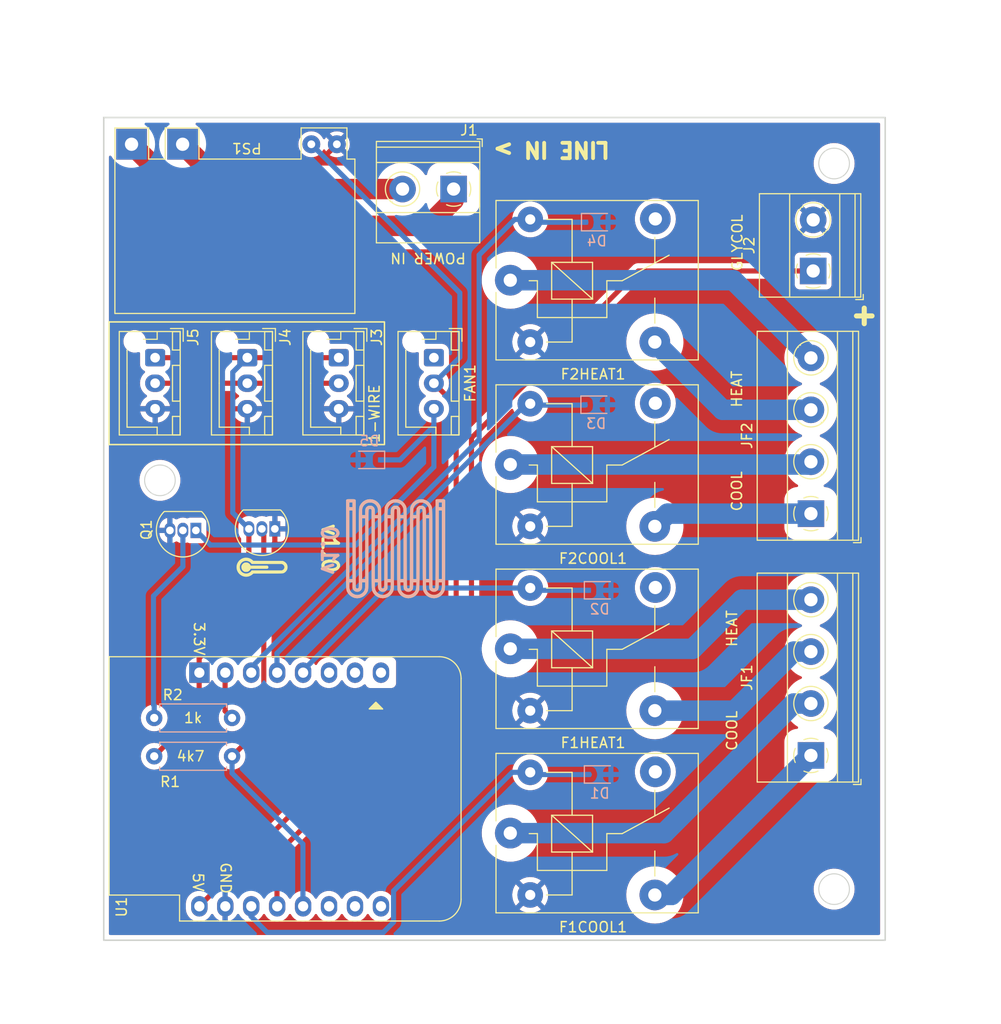
<source format=kicad_pcb>
(kicad_pcb (version 20211014) (generator pcbnew)

  (general
    (thickness 1.6)
  )

  (paper "USLetter")
  (title_block
    (title "DYB Relay Cotnrol Board")
    (date "2023-01-31")
    (rev "1.0")
  )

  (layers
    (0 "F.Cu" signal)
    (31 "B.Cu" signal)
    (32 "B.Adhes" user "B.Adhesive")
    (33 "F.Adhes" user "F.Adhesive")
    (34 "B.Paste" user)
    (35 "F.Paste" user)
    (36 "B.SilkS" user "B.Silkscreen")
    (37 "F.SilkS" user "F.Silkscreen")
    (38 "B.Mask" user)
    (39 "F.Mask" user)
    (40 "Dwgs.User" user "User.Drawings")
    (41 "Cmts.User" user "User.Comments")
    (42 "Eco1.User" user "User.Eco1")
    (43 "Eco2.User" user "User.Eco2")
    (44 "Edge.Cuts" user)
    (45 "Margin" user)
    (46 "B.CrtYd" user "B.Courtyard")
    (47 "F.CrtYd" user "F.Courtyard")
    (48 "B.Fab" user)
    (49 "F.Fab" user)
  )

  (setup
    (stackup
      (layer "F.SilkS" (type "Top Silk Screen"))
      (layer "F.Paste" (type "Top Solder Paste"))
      (layer "F.Mask" (type "Top Solder Mask") (thickness 0.01))
      (layer "F.Cu" (type "copper") (thickness 0.035))
      (layer "dielectric 1" (type "core") (thickness 1.51) (material "FR4") (epsilon_r 4.5) (loss_tangent 0.02))
      (layer "B.Cu" (type "copper") (thickness 0.035))
      (layer "B.Mask" (type "Bottom Solder Mask") (thickness 0.01))
      (layer "B.Paste" (type "Bottom Solder Paste"))
      (layer "B.SilkS" (type "Bottom Silk Screen"))
      (copper_finish "None")
      (dielectric_constraints no)
    )
    (pad_to_mask_clearance 0)
    (pcbplotparams
      (layerselection 0x00310f0_ffffffff)
      (disableapertmacros false)
      (usegerberextensions false)
      (usegerberattributes false)
      (usegerberadvancedattributes false)
      (creategerberjobfile true)
      (svguseinch false)
      (svgprecision 6)
      (excludeedgelayer false)
      (plotframeref false)
      (viasonmask false)
      (mode 1)
      (useauxorigin false)
      (hpglpennumber 1)
      (hpglpenspeed 20)
      (hpglpendiameter 15.000000)
      (dxfpolygonmode true)
      (dxfimperialunits true)
      (dxfusepcbnewfont true)
      (psnegative false)
      (psa4output false)
      (plotreference false)
      (plotvalue true)
      (plotinvisibletext false)
      (sketchpadsonfab false)
      (subtractmaskfromsilk true)
      (outputformat 1)
      (mirror false)
      (drillshape 0)
      (scaleselection 1)
      (outputdirectory "gerber_output/")
    )
  )

  (net 0 "")
  (net 1 "Net-(J2-Pad1)")
  (net 2 "3.3VDC")
  (net 3 "/OWC_BUS")
  (net 4 "unconnected-(F1COOL1-Pad3)")
  (net 5 "unconnected-(F1HEAT1-Pad3)")
  (net 6 "unconnected-(F2COOL1-Pad3)")
  (net 7 "unconnected-(F2HEAT1-Pad3)")
  (net 8 "/NUETRAL")
  (net 9 "/LINE")
  (net 10 "Net-(Q1-Pad2)")
  (net 11 "Net-(D5-Pad1)")
  (net 12 "unconnected-(FAN1-Pad1)")
  (net 13 "GND")
  (net 14 "+5V")
  (net 15 "FAN")
  (net 16 "/Fermenter Control Circuit/F1_C")
  (net 17 "/Fermenter Control Circuit/F1_H")
  (net 18 "/Fermenter Control Circuit/F2_C")
  (net 19 "/Fermenter Control Circuit/F2_H")
  (net 20 "/Fermenter Control Circuit/F1Cout")
  (net 21 "/Fermenter Control Circuit/F1Cin")
  (net 22 "/Fermenter Control Circuit/F1Hout")
  (net 23 "/Fermenter Control Circuit/F1Hin")
  (net 24 "/Fermenter Control Circuit/F2Cout")
  (net 25 "/Fermenter Control Circuit/F2Cin")
  (net 26 "/Fermenter Control Circuit/F2Hout")
  (net 27 "/Fermenter Control Circuit/F2Hin")
  (net 28 "unconnected-(U1-Pad1)")
  (net 29 "unconnected-(U1-Pad2)")
  (net 30 "unconnected-(U1-Pad3)")
  (net 31 "unconnected-(U1-Pad14)")
  (net 32 "unconnected-(U1-Pad15)")
  (net 33 "unconnected-(U1-Pad16)")
  (net 34 "Net-(J3-Pad2)")

  (footprint "TerminalBlock_Phoenix:TerminalBlock_Phoenix_MKDS-1,5-2_1x02_P5.00mm_Horizontal" (layer "F.Cu") (at 138.45 67.515 90))

  (footprint "Custom:Relay_SPDT_SANYOU_SRD_Series_Form_C" (layer "F.Cu") (at 108.8 104.486666))

  (footprint "TerminalBlock_Phoenix:TerminalBlock_Phoenix_MKDS-1,5-2_1x02_P5.00mm_Horizontal" (layer "F.Cu") (at 103.25 59.5 180))

  (footprint "Custom:Relay_SPDT_SANYOU_SRD_Series_Form_C" (layer "F.Cu") (at 108.8 122.52))

  (footprint "LOGO" (layer "F.Cu") (at 97.57 94.69 90))

  (footprint "Custom:Relay_SPDT_SANYOU_SRD_Series_Form_C" (layer "F.Cu") (at 108.8 86.453333))

  (footprint "LOGO" (layer "F.Cu") (at 84.5 96.5 -90))

  (footprint "TerminalBlock_Phoenix:TerminalBlock_Phoenix_MKDS-1,5-4-5.08_1x04_P5.08mm_Horizontal" (layer "F.Cu") (at 138.23 91.26 90))

  (footprint "Connector_JST:JST_XH_B3B-XH-AM_1x03_P2.50mm_Vertical" (layer "F.Cu") (at 74.03 76 -90))

  (footprint "TerminalBlock_Phoenix:TerminalBlock_Phoenix_MKDS-1,5-4-5.08_1x04_P5.08mm_Horizontal" (layer "F.Cu") (at 138.23 114.92 90))

  (footprint "Connector_JST:JST_XH_B3B-XH-AM_1x03_P2.50mm_Vertical" (layer "F.Cu") (at 92.005 76 -90))

  (footprint "Power:Acxico 5V 700mA Board Module Mini AC-DC 120V to 5V Power Supply" (layer "F.Cu") (at 94.221 53.5175 180))

  (footprint "Connector_JST:JST_XH_B3B-XH-AM_1x03_P2.50mm_Vertical" (layer "F.Cu") (at 83.055 76 -90))

  (footprint "Connector_JST:JST_XH_B3B-XH-AM_1x03_P2.50mm_Vertical" (layer "F.Cu") (at 101.32 76 -90))

  (footprint "Module:WEMOS_D1_mini_light" (layer "F.Cu") (at 96.14 107.82 -90))

  (footprint "Package_TO_SOT_THT:TO-92_Inline" (layer "F.Cu") (at 78.02 92.9 180))

  (footprint "Custom:Relay_SPDT_SANYOU_SRD_Series_Form_C" (layer "F.Cu") (at 108.8 68.42))

  (footprint "Package_TO_SOT_THT:TO-92_Inline" (layer "F.Cu") (at 85.75 92.75 180))

  (footprint "Diode_SMD:D_SOD-323F" (layer "B.Cu") (at 117.55 116.78))

  (footprint "Diode_SMD:D_SOD-323F" (layer "B.Cu") (at 117.27 62.74))

  (footprint "Diode_SMD:D_SOD-323F" (layer "B.Cu") (at 95 86 180))

  (footprint "Resistor_THT:R_Axial_DIN0207_L6.3mm_D2.5mm_P7.62mm_Horizontal" (layer "B.Cu") (at 81.56 111.25 180))

  (footprint "LOGO" (layer "B.Cu")
    (tedit 0) (tstamp c77434ac-9b9c-41ed-8b3b-27a93da87a8a)
    (at 97.57 94.69 90)
    (attr board_only exclude_from_pos_files exclude_from_bom)
    (fp_text reference "v1.0" (at -0.14 -6.48 270 unlocked) (layer "B.SilkS")
      (effects (font (size 1.524 1.524) (thickness 0.3)) (justify mirror))
      (tstamp 08e0680d-fff9-4d96-a2b3-f988c6520c9e)
    )
    (fp_text value "" (at 7.62 2.54 90) (layer "B.SilkS") hide
      (effects (font (size 1.524 1.524) (thickness 0.3)) (justify mirror))
      (tstamp 3e2e075c-0cbf-4fee-a96f-8a34c9653c7b)
    )
    (fp_poly (pts
        (xy 4.79758 4.797581)
        (xy 4.814198 4.77994)
        (xy 4.826451 4.761169)
        (xy 4.835005 4.735434)
        (xy 4.840524 4.696897)
        (xy 4.843672 4.639722)
        (xy 4.845116 4.558075)
        (xy 4.845519 4.446117)
        (xy 4.845538 4.376616)
        (xy 4.845407 4.247234)
        (xy 4.844569 4.151092)
        (xy 4.84236 4.082355)
        (xy 4.838114 4.035187)
        (xy 4.831168 4.003752)
        (xy 4.820856 3.982213)
        (xy 4.806513 3.964734)
        (xy 4.79758 3.955651)
        (xy 4.749622 3.907693)
        (xy 0.490269 3.907693)
        (xy -0.028442 3.907634)
        (xy -0.509055 3.907453)
        (xy -0.952552 3.907146)
        (xy -1.359912 3.906708)
        (xy -1.732115 3.906133)
        (xy -2.070141 3.905417)
        (xy -2.374971 3.904555)
        (xy -2.647584 3.90354)
        (xy -2.88896 3.90237)
        (xy -3.10008 3.901037)
        (xy -3.281923 3.899538)
        (xy -3.435468 3.897868)
        (xy -3.561698 3.896021)
        (xy -3.66159 3.893992)
        (xy -3.736126 3.891777)
        (xy -3.786285 3.88937)
        (xy -3.813047 3.886766)
        (xy -3.81753 3.88562)
        (xy -3.869727 3.843309)
        (xy -3.895733 3.783631)
        (xy -3.895546 3.71822)
        (xy -3.869168 3.658709)
        (xy -3.81753 3.61715)
        (xy -3.799789 3.614315)
        (xy -3.758819 3.611699)
        (xy -3.693596 3.609297)
        (xy -3.603092 3.607103)
        (xy -3.486282 3.60511)
        (xy -3.342142 3.603314)
        (xy -3.169644 3.601707)
        (xy -2.967763 3.600284)
        (xy -2.735474 3.59904)
        (xy -2.471751 3.597968)
        (xy -2.175569 3.597062)
        (xy -1.845901 3.596316)
        (xy -1.481722 3.595725)
        (xy -1.082006 3.595282)
        (xy -0.645728 3.594982)
        (xy -0.171862 3.594819)
        (xy 0.05465 3.594788)
        (xy 0.517372 3.594785)
        (xy 0.942681 3.594813)
        (xy 1.332244 3.594821)
        (xy 1.687724 3.594756)
        (xy 2.010786 3.594566)
        (xy 2.303095 3.594199)
        (xy 2.566316 3.593602)
        (xy 2.802113 3.592724)
        (xy 3.012152 3.591513)
        (xy 3.198096 3.589916)
        (xy 3.361612 3.587881)
        (xy 3.504363 3.585356)
        (xy 3.628014 3.582289)
        (xy 3.73423 3.578628)
        (xy 3.824676 3.57432)
        (xy 3.901017 3.569314)
        (xy 3.964917 3.563557)
        (xy 4.018042 3.556997)
        (xy 4.062055 3.549582)
        (xy 4.098622 3.54126)
        (xy 4.129407 3.531978)
        (xy 4.156076 3.521685)
        (xy 4.180292 3.510329)
        (xy 4.203721 3.497856)
        (xy 4.228028 3.484216)
        (xy 4.254877 3.469356)
        (xy 4.267139 3.462828)
        (xy 4.430592 3.355716)
        (xy 4.571489 3.220015)
        (xy 4.686602 3.061099)
        (xy 4.772703 2.884341)
        (xy 4.826564 2.695115)
        (xy 4.844961 2.500923)
        (xy 4.826168 2.30465)
        (xy 4.771943 2.11553)
        (xy 4.685513 1.938935)
        (xy 4.570105 1.78024)
        (xy 4.428949 1.644818)
        (xy 4.267139 1.539018)
        (xy 4.238749 1.523637)
        (xy 4.213591 1.509498)
        (xy 4.19 1.496548)
        (xy 4.166312 1.484735)
        (xy 4.140861 1.474008)
        (xy 4.111984 1.464313)
        (xy 4.078015 1.4556)
        (xy 4.037289 1.447815)
        (xy 3.988141 1.440908)
        (xy 3.928908 1.434824)
        (xy 3.857924 1.429513)
        (xy 3.773524 1.424922)
        (xy 3.674044 1.421)
        (xy 3.557819 1.417693)
        (xy 3.423184 1.414949)
        (xy 3.268474 1.412718)
        (xy 3.092025 1.410946)
        (xy 2.892171 1.409581)
        (xy 2.667249 1.408571)
        (xy 2.415593 1.407865)
        (xy 2.135538 1.407409)
        (xy 1.825421 1.407152)
        (xy 1.483575 1.407041)
        (xy 1.108336 1.407025)
        (xy 0.69804 1.407051)
        (xy 0.251022 1.407067)
        (xy 0.05465 1.407058)
        (xy -0.436521 1.406955)
        (xy -0.889641 1.406717)
        (xy -1.305735 1.40634)
        (xy -1.68583 1.405816)
        (xy -2.030951 1.405141)
        (xy -2.342123 1.404308)
        (xy -2.620372 1.403312)
        (xy -2.866725 1.402146)
        (xy -3.082206 1.400805)
        (xy -3.267842 1.399282)
        (xy -3.424657 1.397572)
        (xy -3.553678 1.395668)
        (xy -3.65593 1.393566)
        (xy -3.732439 1.391258)
        (xy -3.784231 1.38874)
        (xy -3.812331 1.386004)
        (xy -3.81753 1.384697)
        (xy -3.869727 1.342386)
        (xy -3.895733 1.282708)
        (xy -3.895546 1.217297)
        (xy -3.869168 1.157786)
        (xy -3.81753 1.116227)
        (xy -3.799789 1.113392)
        (xy -3.758819 1.110776)
        (xy -3.693596 1.108374)
        (xy -3.603092 1.10618)
        (xy -3.486282 1.104187)
        (xy -3.342142 1.10239)
        (xy -3.169644 1.100784)
        (xy -2.967763 1.099361)
        (xy -2.735474 1.098117)
        (xy -2.471751 1.097045)
        (xy -2.175569 1.096139)
        (xy -1.845901 1.095393)
        (xy -1.481722 1.094802)
        (xy -1.082006 1.094359)
        (xy -0.645728 1.094059)
        (xy -0.171862 1.093896)
        (xy 0.05465 1.093865)
        (xy 0.517372 1.093862)
        (xy 0.942681 1.09389)
        (xy 1.332244 1.093898)
        (xy 1.687724 1.093833)
        (xy 2.010786 1.093643)
        (xy 2.303095 1.093276)
        (xy 2.566316 1.092679)
        (xy 2.802113 1.091801)
        (xy 3.012152 1.09059)
        (xy 3.198096 1.088993)
        (xy 3.361612 1.086958)
        (xy 3.504363 1.084433)
        (xy 3.628014 1.081366)
        (xy 3.73423 1.077705)
        (xy 3.824676 1.073397)
        (xy 3.901017 1.068391)
        (xy 3.964917 1.062634)
        (xy 4.018042 1.056074)
        (xy 4.062055 1.048659)
        (xy 4.098622 1.040337)
        (xy 4.129407 1.031055)
        (xy 4.156076 1.020762)
        (xy 4.180292 1.009406)
        (xy 4.203721 0.996933)
        (xy 4.228028 0.983293)
        (xy 4.254877 0.968432)
        (xy 4.267139 0.961905)
        (xy 4.430592 0.854793)
        (xy 4.571489 0.719092)
        (xy 4.686602 0.560176)
        (xy 4.772703 0.383418)
        (xy 4.826564 0.194192)
        (xy 4.844961 0)
        (xy 4.826168 -0.196273)
        (xy 4.771943 -0.385393)
        (xy 4.685513 -0.561988)
        (xy 4.570105 -0.720683)
        (xy 4.428949 -0.856105)
        (xy 4.267139 -0.961905)
        (xy 4.238749 -0.977286)
        (xy 4.213591 -0.991425)
        (xy 4.19 -1.004375)
        (xy 4.166312 -1.016188)
        (xy 4.140861 -1.026915)
        (xy 4.111984 -1.03661)
        (xy 4.078015 -1.045323)
        (xy 4.037289 -1.053108)
        (xy 3.988141 -1.060015)
        (xy 3.928908 -1.066099)
        (xy 3.857924 -1.07141)
        (xy 3.773524 -1.076001)
        (xy 3.674044 -1.079924)
        (xy 3.557819 -1.08323)
        (xy 3.423184 -1.085974)
        (xy 3.268474 -1.088205)
        (xy 3.092025 -1.089977)
        (xy 2.892171 -1.091342)
        (xy 2.667249 -1.092352)
        (xy 2.415593 -1.093059)
        (xy 2.135538 -1.093514)
        (xy 1.825421 -1.093772)
        (xy 1.483575 -1.093882)
        (xy 1.108336 -1.093898)
        (xy 0.69804 -1.093872)
        (xy 0.251022 -1.093856)
        (xy 0.05465 -1.093865)
        (xy -0.436521 -1.093968)
        (xy -0.889641 -1.094206)
        (xy -1.305735 -1.094583)
        (xy -1.68583 -1.095107)
        (xy -2.030951 -1.095782)
        (xy -2.342123 -1.096615)
        (xy -2.620372 -1.097611)
        (xy -2.866725 -1.098777)
        (xy -3.082206 -1.100118)
        (xy -3.267842 -1.101641)
        (xy -3.424657 -1.103351)
        (xy -3.553678 -1.105255)
        (xy -3.65593 -1.107357)
        (xy -3.732439 -1.109665)
        (xy -3.784231 -1.112183)
        (xy -3.812331 -1.114919)
        (xy -3.81753 -1.116226)
        (xy -3.869727 -1.158537)
        (xy -3.895733 -1.218215)
        (xy -3.895546 -1.283626)
        (xy -3.869168 -1.343137)
        (xy -3.81753 -1.384696)
        (xy -3.799789 -1.387531)
        (xy -3.758819 -1.390147)
        (xy -3.693596 -1.392549)
        (xy -3.603092 -1.394743)
        (xy -3.486282 -1.396736)
        (xy -3.342142 -1.398533)
        (xy -3.169644 -1.400139)
        (xy -2.967763 -1.401562)
        (xy -2.735474 -1.402806)
        (xy -2.471751 -1.403879)
        (xy -2.175569 -1.404784)
        (xy -1.845901 -1.40553)
        (xy -1.481722 -1.406121)
        (xy -1.082006 -1.406564)
        (xy -0.645728 -1.406864)
        (xy -0.171862 -1.407027)
        (xy 0.05465 -1.407058)
        (xy 0.517372 -1.407061)
        (xy 0.942681 -1.407033)
        (xy 1.332244 -1.407025)
        (xy 1.687724 -1.40709)
        (xy 2.010786 -1.40728)
        (xy 2.303095 -1.407648)
        (xy 2.566316 -1.408244)
        (xy 2.802113 -1.409122)
        (xy 3.012152 -1.410333)
        (xy 3.198096 -1.41193)
        (xy 3.361612 -1.413965)
        (xy 3.504363 -1.41649)
        (xy 3.628014 -1.419557)
        (xy 3.73423 -1.423218)
        (xy 3.824676 -1.427526)
        (xy 3.901017 -1.432532)
        (xy 3.964917 -1.438289)
        (xy 4.018042 -1.444849)
        (xy 4.062055 -1.452264)
        (xy 4.098622 -1.460586)
        (xy 4.129407 -1.469868)
        (xy 4.156076 -1.480161)
        (xy 4.180292 -1.491517)
        (xy 4.203721 -1.50399)
        (xy 4.228028 -1.51763)
        (xy 4.254877 -1.532491)
        (xy 4.267139 -1.539018)
        (xy 4.430592 -1.64613)
        (xy 4.571489 -1.781831)
        (xy 4.686602 -1.940747)
        (xy 4.772703 -2.117505)
        (xy 4.826564 -2.306731)
        (xy 4.844961 -2.500923)
        (xy 4.826168 -2.697196)
        (xy 4.771943 -2.886316)
        (xy 4.685513 -3.062911)
        (xy 4.570105 -3.221606)
        (xy 4.428949 -3.357028)
        (xy 4.267139 -3.462828)
        (xy 4.238749 -3.478209)
        (xy 4.213591 -3.492349)
        (xy 4.19 -3.505299)
        (xy 4.166312 -3.517111)
        (xy 4.140861 -3.527839)
        (xy 4.111984 -3.537533)
        (xy 4.078015 -3.546246)
        (xy 4.037289 -3.554031)
        (xy 3.988141 -3.560939)
        (xy 3.928908 -3.567022)
        (xy 3.857924 -3.572333)
        (xy 3.773524 -3.576924)
        (xy 3.674044 -3.580847)
        (xy 3.557819 -3.584154)
        (xy 3.423184 -3.586897)
        (xy 3.268474 -3.589128)
        (xy 3.092025 -3.5909)
        (xy 2.892171 -3.592265)
        (xy 2.667249 -3.593275)
        (xy 2.415593 -3.593982)
        (xy 2.135538 -3.594437)
        (xy 1.825421 -3.594695)
        (xy 1.483575 -3.594805)
        (xy 1.108336 -3.594821)
        (xy 0.69804 -3.594795)
        (xy 0.251022 -3.594779)
        (xy 0.05465 -3.594788)
        (xy -0.436521 -3.594891)
        (xy -0.889641 -3.595129)
        (xy -1.305735 -3.595506)
        (xy -1.68583 -3.59603)
        (xy -2.030951 -3.596705)
        (xy -2.342123 -3.597538)
        (xy -2.620372 -3.598534)
        (xy -2.866725 -3.5997)
        (xy -3.082206 -3.601042)
        (xy -3.267842 -3.602564)
        (xy -3.424657 -3.604274)
        (xy -3.553678 -3.606178)
        (xy -3.65593 -3.60828)
        (xy -3.732439 -3.610588)
        (xy -3.784231 -3.613106)
        (xy -3.812331 -3.615842)
        (xy -3.81753 -3.61715)
        (xy -3.869727 -3.65946)
        (xy -3.895733 -3.719138)
        (xy -3.895546 -3.784549)
        (xy -3.869168 -3.844061)
        (xy -3.81753 -3.885619)
        (xy -3.800242 -3.888306)
        (xy -3.759967 -3.890795)
        (xy -3.695725 -3.89309)
        (xy -3.606534 -3.895196)
        (xy -3.491416 -3.897118)
        (xy -3.34939 -3.898862)
        (xy -3.179476 -3.900432)
        (xy -2.980694 -3.901833)
        (xy -2.752065 -3.90307)
        (xy -2.492608 -3.904149)
        (xy -2.201343 -3.905075)
        (xy -1.877291 -3.905851)
        (xy -1.519471 -3.906484)
        (xy -1.126903 -3.906979)
        (xy -0.698607 -3.90734)
        (xy -0.233603 -3.907573)
        (xy 0.269088 -3.907682)
        (xy 0.490269 -3.907692)
        (xy 4.749622 -3.907692)
        (xy 4.79758 -3.95565)
        (xy 4.814198 -3.973291)
        (xy 4.826451 -3.992061)
        (xy 4.835005 -4.017797)
        (xy 4.840524 -4.056334)
        (xy 4.843672 -4.113508)
        (xy 4.845116 -4.195156)
        (xy 4.845519 -4.307114)
        (xy 4.845538 -4.376615)
        (xy 4.845407 -4.505997)
        (xy 4.844569 -4.602139)
        (xy 4.84236 -4.670875)
        (xy 4.838114 -4.718043)
        (xy 4.831168 -4.749479)
        (xy 4.820856 -4.771018)
        (xy 4.806513 -4.788497)
        (xy 4.79758 -4.79758)
        (xy 4.749622 -4.845538)
        (xy 0.425849 -4.84391)
        (xy -0.068266 -4.843695)
        (xy -0.524772 -4.843429)
        (xy -0.94514 -4.843103)
        (xy -1.330837 -4.842706)
        (xy -1.683333 -4.84223)
        (xy -2.004096 -4.841665)
        (xy -2.294596 -4.841)
        (xy -2.5563 -4.840226)
        (xy -2.790678 -4.839334)
        (xy -2.999199 -4.838314)
        (xy -3.183332 -4.837156)
        (xy -3.344545 -4.83585)
        (xy -3.484307 -4.834386)
        (xy -3.604088 -4.832756)
        (xy -3.705356 -4.830949)
        (xy -3.789579 -4.828955)
        (xy -3.858227 -4.826765)
        (xy -3.912769 -4.82437)
        (xy -3.954673 -4.821758)
        (xy -3.985408 -4.818922)
        (xy -4.006443 -4.81585)
        (xy -4.012322 -4.814589)
        (xy -4.197466 -4.750368)
        (xy -4.366106 -4.653712)
        (xy -4.514802 -4.529012)
        (xy -4.640113 -4.380663)
        (xy -4.7386 -4.213056)
        (xy -4.806821 -4.030585)
        (xy -4.841338 -3.837642)
        (xy -4.843498 -3.786206)
        (xy -4.527334 -3.786206)
        (xy -4.502481 -3.94244)
        (xy -4.446137 -4.093194)
        (xy -4.361147 -4.229714)
        (xy -4.30238 -4.296404)
        (xy -4.213719 -4.375634)
        (xy -4.121998 -4.43594)
        (xy -4.020358 -4.479497)
        (xy -3.901938 -4.508482)
        (xy -3.759878 -4.52507)
        (xy -3.587317 -4.531439)
        (xy -3.560885 -4.531637)
        (xy -3.282462 -4.532923)
        (xy -2.969846 -4.532923)
        (xy 3.751384 -4.532923)
        (xy 4.064 -4.532923)
        (xy 4.532923 -4.532923)
        (xy 4.532923 -4.220307)
        (xy 4.064 -4.220307)
        (xy 4.064 -4.532923)
        (xy 3.751384 -4.532923)
        (xy 3.751384 -4.220307)
        (xy -2.969846 -4.220307)
        (xy -2.969846 -4.532923)
        (xy -3.282462 -4.532923)
        (xy -3.282462 -4.223741)
        (xy -3.590193 -4.21693)
        (xy -3.721007 -4.213101)
        (xy -3.820077 -4.206858)
        (xy -3.894733 -4.196164)
        (xy -3.952307 -4.178984)
        (xy -4.000128 -4.153281)
        (xy -4.045529 -4.117019)
        (xy -4.084413 -4.079658)
        (xy -4.16313 -3.975297)
        (xy -4.20838 -3.857784)
        (xy -4.220189 -3.7341)
        (xy -4.198582 -3.611226)
        (xy -4.143584 -3.496143)
        (xy -4.082036 -3.420733)
        (xy -4.027705 -3.37116)
        (xy -3.973561 -3.334912)
        (xy -3.912161 -3.309983)
        (xy -3.836062 -3.294368)
        (xy -3.737822 -3.28606)
        (xy -3.609997 -3.283052)
        (xy -3.570654 -3.28289)
        (xy -3.282462 -3.282461)
        (xy -2.969846 -3.282461)
        (xy 2.969846 -3.282461)
        (xy 2.969846 -2.969846)
        (xy -2.969846 -2.969846)
        (xy -2.969846 -3.282461)
        (xy -3.282462 -3.282461)
        (xy -3.282462 -2.969846)
        (xy -3.551895 -2.969846)
        (xy -3.733282 -2.974713)
        (xy -3.883349 -2.990721)
        (xy -4.008795 -3.019982)
        (xy -4.11632 -3.064606)
        (xy -4.212623 -3.126706)
        (xy -4.30238 -3.206365)
        (xy -4.405954 -3.337309)
        (xy -4.480329 -3.492752)
        (xy -4.517851 -3.633247)
        (xy -4.527334 -3.786206)
        (xy -4.843498 -3.786206)
        (xy -4.844961 -3.751384)
        (xy -4.826169 -3.555111)
        (xy -4.771944 -3.365991)
        (xy -4.685513 -3.189396)
        (xy -4.570106 -3.030701)
        (xy -4.428949 -2.895279)
        (xy -4.26714 -2.789479)
        (xy -4.23875 -2.774098)
        (xy -4.213592 -2.759958)
        (xy -4.190001 -2.747008)
        (xy -4.166313 -2.735196)
        (xy -4.140862 -2.724468)
        (xy -4.111985 -2.714774)
        (xy -4.078015 -2.706061)
        (xy -4.037289 -2.698276)
        (xy -3.988142 -2.691368)
        (xy -3.928909 -2.685285)
        (xy -3.857925 -2.679974)
        (xy -3.773525 -2.675383)
        (xy -3.674045 -2.67146)
        (xy -3.55782 -2.668153)
        (xy -3.423185 -2.66541)
        (xy -3.268475 -2.663179)
        (xy -3.092026 -2.661407)
        (xy -2.892172 -2.660042)
        (xy -2.66725 -2.659032)
        (xy -2.415594 -2.658325)
        (xy -2.135539 -2.65787)
        (xy -1.825421 -2.657612)
        (xy -1.483576 -2.657502)
        (xy -1.108337 -2.657486)
        (xy -0.698041 -2.657512)
        (xy -0.251023 -2.657528)
        (xy -0.05465 -2.657519)
        (xy 0.43652 -2.657416)
        (xy 0.88964 -2.657178)
        (xy 1.305735 -2.656801)
        (xy 1.685829 -2.656277)
        (xy 2.03095 -2.655602)
        (xy 2.342122 -2.654769)
        (xy 2.620372 -2.653773)
        (xy 2.866724 -2.652607)
        (xy 3.082205 -2.651265)
        (xy 3.267841 -2.649743)
        (xy 3.424656 -2.648033)
        (xy 3.553677 -2.646129)
        (xy 3.655929 -2.644027)
        (xy 3.732439 -2.641719)
        (xy 3.784231 -2.639201)
        (xy 3.812331 -2.636465)
        (xy 3.817529 -2.635157)
        (xy 3.869727 -2.592847)
        (xy 3.895732 -2.533169)
        (xy 3.895546 -2.467758)
        (xy 3.869167 -2.408246)
        (xy 3.817529 -2.366688)
        (xy 3.799788 -2.363853)
        (xy 3.758819 -2.361237)
        (xy 3.693595 -2.358835)
        (xy 3.603091 -2.35664)
        (xy 3.486282 -2.354648)
        (xy 3.342141 -2.352851)
        (xy 3.169643 -2.351245)
        (xy 2.967763 -2.349822)
        (xy 2.735474 -2.348578)
        (xy 2.471751 -2.347505)
        (xy 2.175568 -2.346599)
        (xy 1.8459 -2.345854)
        (xy 1.481721 -2.345263)
        (xy 1.082006 -2.34482)
        (xy 0.645728 -2.34452)
        (xy 0.171862 -2.344357)
        (xy -0.05465 -2.344326)
        (xy -0.517372 -2.344323)
        (xy -0.942682 -2.344351)
        (xy -1.332244 -2.344359)
        (xy -1.687724 -2.344294)
        (xy -2.010786 -2.344104)
        (xy -2.303095 -2.343736)
        (xy -2.566316 -2.34314)
        (xy -2.802114 -2.342262)
        (xy -3.012152 -2.341051)
        (xy -3.198097 -2.339454)
        (xy -3.361612 -2.337419)
        (xy -3.504363 -2.334894)
        (xy -3.628015 -2.331827)
        (xy -3.734231 -2.328166)
        (xy -3.824677 -2.323858)
        (xy -3.901018 -2.318852)
        (xy -3.964918 -2.313095)
        (xy -4.018042 -2.306535)
        (xy -4.062056 -2.29912)
        (xy -4.098623 -2.290798)
        (xy -4.129408 -2.281516)
        (xy -4.156076 -2.271223)
        (xy -4.180293 -2.259867)
        (xy -4.203722 -2.247394)
        (xy -4.228029 -2.233754)
        (xy -4.254877 -2.218893)
        (xy -4.26714 -2.212366)
        (xy -4.430592 -2.105254)
        (xy -4.571489 -1.969553)
        (xy -4.686602 -1.810637)
        (xy -4.772704 -1.633879)
        (xy -4.826565 -1.444653)
        (xy -4.84176 -1.284247)
        (xy -4.527541 -1.284247)
        (xy -4.517851 -1.368599)
        (xy -4.46809 -1.541434)
        (xy -4.387849 -1.692311)
        (xy -4.30238 -1.795481)
        (xy -4.213719 -1.874711)
        (xy -4.121998 -1.935017)
        (xy -4.020358 -1.978574)
        (xy -3.901938 -2.007558)
        (xy -3.759878 -2.024147)
        (xy -3.587317 -2.030516)
        (xy -3.560885 -2.030714)
        (xy -3.282462 -2.032)
        (xy -2.969846 -2.032)
        (xy 2.969846 -2.032)
        (xy 2.969846 -1.719384)
        (xy -2.969846 -1.719384)
        (xy -2.969846 -2.032)
        (xy -3.282462 -2.032)
        (xy -3.282462 -1.722817)
        (xy -3.590193 -1.716007)
        (xy -3.612024 -1.715368)
        (xy 3.282461 -1.715368)
        (xy 3.282461 -2.032)
        (xy 3.570654 -2.032429)
        (xy 3.707677 -2.0344)
        (xy 3.813122 -2.041164)
        (xy 3.894386 -2.054689)
        (xy 3.958866 -2.076943)
        (xy 4.013958 -2.109896)
        (xy 4.06706 -2.155515)
        (xy 4.079658 -2.167894)
        (xy 4.144926 -2.242258)
        (xy 4.18486 -2.314942)
        (xy 4.204713 -2.399396)
        (xy 4.209762 -2.500923)
        (xy 4.203844 -2.608985)
        (xy 4.182669 -2.692582)
        (xy 4.141109 -2.764994)
        (xy 4.082035 -2.831574)
        (xy 4.034091 -2.876787)
        (xy 3.989098 -2.910054)
        (xy 3.939761 -2.933377)
        (xy 3.878779 -2.948758)
        (xy 3.798854 -2.958197)
        (xy 3.692689 -2.963696)
        (xy 3.590192 -2.966468)
        (xy 3.282461 -2.973279)
        (xy 3.282461 -3.286477)
        (xy 3.599961 -3.278204)
        (xy 3.725771 -3.274222)
        (xy 3.820514 -3.269133)
        (xy 3.892201 -3.261962)
        (xy 3.948841 -3.251737)
        (xy 3.998444 -3.237481)
        (xy 4.029848 -3.22593)
        (xy 4.184612 -3.145583)
        (xy 4.313357 -3.03774)
        (xy 4.41354 -2.906143)
        (xy 4.482619 -2.754535)
        (xy 4.518051 -2.586659)
        (xy 4.522362 -2.500923)
        (xy 4.504077 -2.326533)
        (xy 4.45092 -2.166606)
        (xy 4.365432 -2.024884)
        (xy 4.250155 -1.90511)
        (xy 4.107631 -1.811024)
        (xy 4.029848 -1.775915)
        (xy 3.980559 -1.758605)
        (xy 3.929304 -1.745941)
        (xy 3.868075 -1.736949)
        (xy 3.78886 -1.730656)
        (xy 3.683651 -1.726086)
        (xy 3.599961 -1.723642)
        (xy 3.282461 -1.715368)
        (xy -3.612024 -1.715368)
        (xy -3.721007 -1.712178)
        (xy -3.820077 -1.705934)
        (xy -3.894733 -1.695241)
        (xy -3.952307 -1.678061)
        (xy -4.000128 -1.652358)
        (xy -4.045529 -1.616096)
        (xy -4.084413 -1.578734)
        (xy -4.16313 -1.474374)
        (xy -4.20838 -1.356861)
        (xy -4.220189 -1.233177)
        (xy -4.198582 -1.110303)
        (xy -4.143584 -0.99522)
        (xy -4.082036 -0.91981)
        (xy -4.027705 -0.870237)
        (xy -3.973561 -0.833989)
        (xy -3.912161 -0.80906)
        (xy -3.836062 -0.793445)
        (xy -3.737822 -0.785136)
        (xy -3.609997 -0.782129)
        (xy -3.570654 -0.781967)
        (xy -3.282462 -0.781538)
        (xy -2.969846 -0.781538)
        (xy 2.969846 -0.781538)
        (xy 2.969846 -0.468923)
        (xy -2.969846 -0.468923)
        (xy -2.969846 -0.781538)
        (xy -3.282462 -0.781538)
        (xy -3.282462 -0.468923)
        (xy -3.551895 -0.468923)
        (xy -3.733282 -0.47379)
        (xy -3.883349 -0.489798)
        (xy -4.008795 -0.519058)
        (xy -4.11632 -0.563683)
        (xy -4.212623 -0.625783)
        (xy -4.30238 -0.705442)
        (xy -4.402106 -0.830226)
        (xy -4.474772 -0.974124)
        (xy -4.517531 -1.128382)
        (xy -4.527541 -1.284247)
        (xy -4.84176 -1.284247)
        (xy -4.844961 -1.250461)
        (xy -4.826169 -1.054188)
        (xy -4.771944 -0.865068)
        (xy -4.685513 -0.688473)
        (xy -4.570106 -0.529778)
        (xy -4.428949 -0.394355)
        (xy -4.26714 -0.288556)
        (xy -4.23875 -0.273175)
        (xy -4.213592 -0.259035)
        (xy -4.190001 -0.246085)
        (xy -4.166313 -0.234273)
        (xy -4.140862 -0.223545)
        (xy -4.111985 -0.213851)
        (xy -4.078015 -0.205138)
        (xy -4.037289 -0.197353)
        (xy -3.988142 -0.190445)
        (xy -3.928909 -0.184362)
        (xy -3.857925 -0.179051)
        (xy -3.773525 -0.17446)
        (xy -3.674045 -0.170537)
        (xy -3.55782 -0.16723)
        (xy -3.423185 -0.164487)
        (xy -3.268475 -0.162256)
        (xy -3.092026 -0.160484)
        (xy -2.892172 -0.159119)
        (xy -2.66725 -0.158109)
        (xy -2.415594 -0.157402)
        (xy -2.135539 -0.156946)
        (xy -1.825421 -0.156689)
        (xy -1.483576 -0.156579)
        (xy -1.108337 -0.156563)
        (xy -0.698041 -0.156589)
        (xy -0.251023 -0.156605)
        (xy -0.05465 -0.156596)
        (xy 0.43652 -0.156493)
        (xy 0.88964 -0.156255)
        (xy 1.305735 -0.155877)
        (xy 1.685829 -0.155354)
        (xy 2.03095 -0.154679)
        (xy 2.342122 -0.153846)
        (xy 2.620372 -0.15285)
        (xy 2.866724 -0.151684)
        (xy 3.082205 -0.150342)
        (xy 3.267841 -0.14882)
        (xy 3.424656 -0.147109)
        (xy 3.553677 -0.145206)
        (xy 3.655929 -0.143104)
        (xy 3.732439 -0.140796)
        (xy 3.784231 -0.138277)
        (xy 3.812331 -0.135542)
        (xy 3.817529 -0.134234)
        (xy 3.869727 -0.091924)
        (xy 3.895732 -0.032246)
        (xy 3.895546 0.033165)
        (xy 3.869167 0.092677)
        (xy 3.817529 0.134235)
        (xy 3.799788 0.13707)
        (xy 3.758819 0.139686)
        (xy 3.693595 0.142088)
        (xy 3.603091 0.144283)
        (xy 3.486282 0.146275)
        (xy 3.342141 0.148072)
        (xy 3.169643 0.149678)
        (xy 2.967763 0.151101)
        (xy 2.735474 0.152345)
        (xy 2.471751 0.153418)
        (xy 2.175568 0.154324)
        (xy 1.8459 0.155069)
        (xy 1.481721 0.15566)
        (xy 1.082006 0.156103)
        (xy 0.645728 0.156403)
        (xy 0.171862 0.156566)
        (xy -0.05465 0.156597)
        (xy -0.517372 0.1566)
        (xy -0.942682 0.156572)
        (xy -1.332244 0.156564)
        (xy -1.687724 0.156629)
        (xy -2.010786 0.156819)
        (xy -2.303095 0.157187)
        (xy -2.566316 0.157783)
        (xy -2.802114 0.158661)
        (xy -3.012152 0.159872)
        (xy -3.198097 0.161469)
        (xy -3.361612 0.163504)
        (xy -3.504363 0.166029)
        (xy -3.628015 0.169096)
        (xy -3.734231 0.172757)
        (xy -3.824677 0.177065)
        (xy -3.901018 0.182071)
        (xy -3.964918 0.187828)
        (xy -4.018042 0.194388)
        (xy -4.062056 0.201803)
        (xy -4.098623 0.210125)
        (xy -4.129408 0.219407)
        (xy -4.156076 0.2297)
        (xy -4.180293 0.241057)
        (xy -4.203722 0.253529)
        (xy -4.228029 0.267169)
        (xy -4.254877 0.28203)
        (xy -4.26714 0.288557)
        (xy -4.430592 0.395669)
        (xy -4.571489 0.53137)
        (xy -4.686602 0.690287)
        (xy -4.772704 0.867044)
        (xy -4.826565 1.05627)
        (xy -4.84176 1.216676)
        (xy -4.527541 1.216676)
        (xy -4.517851 1.132324)
        (xy -4.46809 0.959489)
        (xy -4.387849 0.808612)
        (xy -4.30238 0.705442)
        (xy -4.213719 0.626212)
        (xy -4.121998 0.565906)
        (xy -4.020358 0.522349)
        (xy -3.901938 0.493365)
        (xy -3.759878 0.476776)
        (xy -3.587317 0.470407)
        (xy -3.560885 0.470209)
        (xy -3.282462 0.468923)
        (xy -2.969846 0.468923)
        (xy 2.969846 0.468923)
        (xy 2.969846 0.781539)
        (xy -2.969846 0.781539)
        (xy -2.969846 0.468923)
        (xy -3.282462 0.468923)
        (xy -3.282462 0.778106)
        (xy -3.590193 0.784916)
        (xy -3.612024 0.785555)
        (xy 3.282461 0.785555)
        (xy 3.282461 0.468923)
        (xy 3.570654 0.468494)
        (xy 3.707677 0.466523)
        (xy 3.813122 0.459759)
        (xy 3.894386 0.446234)
        (xy 3.958866 0.42398)
        (xy 4.013958 0.391027)
        (xy 4.06706 0.345408)
        (xy 4.079658 0.333029)
        (xy 4.144926 0.258665)
        (xy 4.18486 0.185981)
        (xy 4.204713 0.101527)
        (xy 4.209762 0)
        (xy 4.203844 -0.108062)
        (xy 4.182669 -0.191659)
        (xy 4.141109 -0.26407)
        (xy 4.082035 -0.330651)
        (xy 4.034091 -0.375864)
        (xy 3.989098 -0.409131)
        (xy 3.939761 -0.432454)
        (xy 3.878779 -0.447834)
        (xy 3.798854 -0.457274)
        (xy 3.692689 -0.462773)
        (xy 3.590192 -0.465545)
        (xy 3.282461 -0.472356)
        (xy 3.282461 -0.785554)
        (xy 3.599961 -0.777281)
        (xy 3.725771 -0.773299)
        (xy 3.820514 -0.76821)
        (xy 3.892201 -0.761039)
        (xy 3.948841 -0.750813)
        (xy 3.998444 -0.736558)
        (xy 4.029848 -0.725007)
        (xy 4.184612 -0.64466)
        (xy 4.313357 -0.536817)
        (xy 4.41354 -0.40522)
        (xy 4.482619 -0.253612)
        (xy 4.518051 -0.085736)
        (xy 4.522362 0)
        (xy 4.504077 0.17439)
        (xy 4.45092 0.334317)
        (xy 4.365432 0.476039)
        (xy 4.250155 0.595813)
        (xy 4.107631 0.689899)
        (xy 4.029848 0.725008)
        (xy 3.980559 0.742318)
        (xy 3.929304 0.754982)
        (xy 3.868075 0.763974)
        (xy 3.78886 0.770267)
        (xy 3.683651 0.774837)
        (xy 3.599961 0.777281)
        (xy 3.282461 0.785555)
        (xy -3.612024 0.785555)
        (xy -3.721007 0.788745)
        (xy -3.820077 0.794989)
        (xy -3.894733 0.805682)
        (xy -3.952307 0.822862)
        (xy -4.000128 0.848565)
        (xy -4.045529 0.884827)
        (xy -4.084413 0.922189)
        (xy -4.16313 1.02655)
        (xy -4.20838 1.144062)
        (xy -4.220189 1.267746)
        (xy -4.198582 1.39062)
        (xy -4.143584 1.505703)
        (xy -4.082036 1.581113)
        (xy -4.027705 1.630686)
        (xy -3.973561 1.666934)
        (xy -3.912161 1.691863)
        (xy -3.836062 1.707478)
        (xy -3.737822 1.715787)
        (xy -3.609997 1.718794)
        (xy -3.570654 1.718956)
        (xy -3.282462 1.719385)
        (xy -2.969846 1.719385)
        (xy 2.969846 1.719385)
        (xy 2.969846 2.032)
        (xy -2.969846 2.032)
        (xy -2.969846 1.719385)
        (xy -3.282462 1.719385)
        (xy -3.282462 2.032)
        (xy -3.551895 2.032)
        (xy -3.733282 2.027133)
        (xy -3.883349 2.011125)
        (xy -4.008795 1.981865)
        (xy -4.11632 1.93724)
        (xy -4.212623 1.87514)
        (xy -4.30238 1.795481)
        (xy -4.402106 1.670698)
        (xy -4.474772 1.526799)
        (xy -4.517531 1.372541)
        (xy -4.527541 1.216676)
        (xy -4.84176 1.216676)
        (xy -4.844961 1.250462)
        (xy -4.826169 1.446735)
        (xy -4.771944 1.635856)
        (xy -4.685513 1.81245)
        (xy -4.570106 1.971145)
        (xy -4.428949 2.106568)
        (xy -4.26714 2.212367)
        (xy -4.23875 2.227748)
        (xy -4.213592 2.241888)
        (xy -4.190001 2.254838)
        (xy -4.166313 2.26665)
        (xy -4.140862 2.277378)
        (xy -4.111985 2.287072)
        (xy -4.078015 2.295785)
        (xy -4.037289 2.30357)
        (xy -3.988142 2.310478)
        (xy -3.928909 2.316561)
        (xy -3.857925 2.321872)
        (xy -3.773525 2.326463)
        (xy -3.674045 2.330386)
        (xy -3.55782 2.333693)
        (xy -3.423185 2.336436)
        (xy -3.268475 2.338667)
        (xy -3.092026 2.34044)
        (xy -2.892172 2.341804)
        (xy -2.66725 2.342814)
        (xy -2.415594 2.343521)
        (xy -2.135539 2.343977)
        (xy -1.825421 2.344234)
        (xy -1.483576 2.344344)
        (xy -1.108337 2.344361)
        (xy -0.698041 2.344335)
        (xy -0.251023 2.344318)
        (xy -0.05465 2.344327)
        (xy 0.43652 2.344431)
        (xy 0.88964 2.344668)
        (xy 1.305735 2.345046)
        (xy 1.685829 2.345569)
        (xy 2.03095 2.346244)
        (xy 2.342122 2.347077)
        (xy 2.620372 2.348073)
        (xy 2.866724 2.349239)
        (xy 3.082205 2.350581)
        (xy 3.267841 2.352104)
        (xy 3.424656 2.353814)
        (xy 3.553677 2.355717)
        (xy 3.655929 2.357819)
        (xy 3.732439 2.360127)
        (xy 3.784231 2.362646)
        (xy 3.812331 2.365381)
        (xy 3.817529 2.366689)
        (xy 3.869727 2.409)
        (xy 3.895732 2.468677)
        (xy 3.895546 2.534088)
        (xy 3.869167 2.5936)
        (xy 3.817529 2.635158)
        (xy 3.799788 2.637994)
        (xy 3.758819 2.640609)
        (xy 3.693595 2.643011)
        (xy 3.603091 2.645206)
        (xy 3.486282 2.647198)
        (xy 3.342141 2.648995)
        (xy 3.169643 2.650602)
        (xy 2.967763 2.652024)
        (xy 2.735474 2.653269)
        (xy 2.471751 2.654341)
        (xy 2.175568 2.655247)
        (xy 1.8459 2.655992)
        (xy 1.481721 2.656583)
        (xy 1.082006 2.657026)
        (xy 0.645728 2.657326)
        (xy 0.171862 2.657489)
        (xy -0.05465 2.65752)
        (xy -0.517372 2.657523)
        (xy -0.942682 2.657495)
        (xy -1.332244 2.657487)
        (xy -1.687724 2.657552)
        (xy -2.010786 2.657743)
        (xy -2.303095 2.65811)
        (xy -2
... [575036 chars truncated]
</source>
